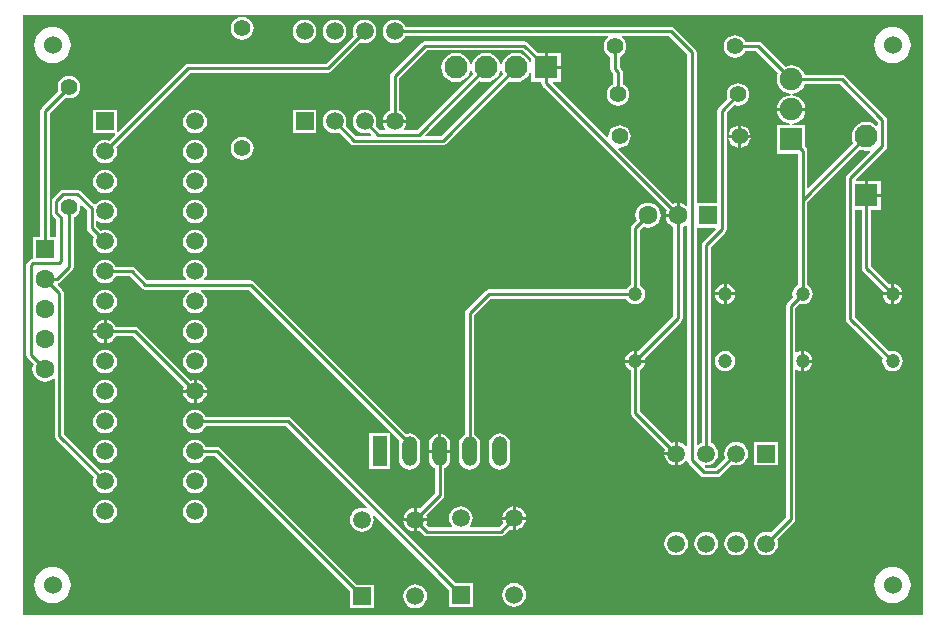
<source format=gtl>
G04*
G04 #@! TF.GenerationSoftware,Altium Limited,Altium Designer,22.1.2 (22)*
G04*
G04 Layer_Physical_Order=1*
G04 Layer_Color=255*
%FSLAX25Y25*%
%MOIN*%
G70*
G04*
G04 #@! TF.SameCoordinates,1BA5BB5C-5110-4B30-B957-24BA070B8C90*
G04*
G04*
G04 #@! TF.FilePolarity,Positive*
G04*
G01*
G75*
%ADD13C,0.01000*%
%ADD25C,0.07480*%
%ADD26R,0.07480X0.07480*%
%ADD32O,0.05000X0.10000*%
%ADD33R,0.05000X0.10000*%
%ADD34C,0.05512*%
%ADD35C,0.06000*%
%ADD36C,0.04724*%
%ADD37C,0.05906*%
%ADD38R,0.05906X0.05906*%
%ADD39R,0.05906X0.05906*%
%ADD40C,0.06299*%
%ADD41R,0.06299X0.06299*%
%ADD42C,0.07677*%
%ADD43R,0.07677X0.07677*%
%ADD44R,0.06299X0.06299*%
%ADD45C,0.06299*%
%ADD46R,0.07677X0.07677*%
G36*
X300000Y0D02*
X0D01*
Y200000D01*
X300000D01*
Y0D01*
D02*
G37*
%LPC*%
G36*
X73209Y199325D02*
X72229Y199196D01*
X71315Y198818D01*
X70531Y198216D01*
X69929Y197431D01*
X69550Y196518D01*
X69421Y195537D01*
X69550Y194556D01*
X69929Y193643D01*
X70531Y192858D01*
X71315Y192256D01*
X72229Y191878D01*
X73209Y191749D01*
X74190Y191878D01*
X75104Y192256D01*
X75888Y192858D01*
X76490Y193643D01*
X76869Y194556D01*
X76998Y195537D01*
X76869Y196518D01*
X76490Y197431D01*
X75888Y198216D01*
X75104Y198818D01*
X74190Y199196D01*
X73209Y199325D01*
D02*
G37*
G36*
X114000Y198487D02*
X112968Y198351D01*
X112007Y197953D01*
X111181Y197319D01*
X110547Y196493D01*
X110149Y195532D01*
X110013Y194500D01*
X110149Y193468D01*
X110341Y193004D01*
X101166Y183829D01*
X55300D01*
X54715Y183713D01*
X54219Y183381D01*
X31915Y161078D01*
X31453Y161269D01*
Y168453D01*
X23547D01*
Y160547D01*
X30731D01*
X30922Y160085D01*
X28996Y158159D01*
X28532Y158351D01*
X27500Y158487D01*
X26468Y158351D01*
X25507Y157953D01*
X24681Y157319D01*
X24047Y156493D01*
X23649Y155532D01*
X23513Y154500D01*
X23649Y153468D01*
X24047Y152507D01*
X24681Y151681D01*
X25507Y151047D01*
X26468Y150649D01*
X27500Y150513D01*
X28532Y150649D01*
X29493Y151047D01*
X30319Y151681D01*
X30953Y152507D01*
X31351Y153468D01*
X31487Y154500D01*
X31351Y155532D01*
X31159Y155996D01*
X55933Y180771D01*
X101800D01*
X102385Y180887D01*
X102881Y181219D01*
X112504Y190841D01*
X112968Y190649D01*
X114000Y190513D01*
X115032Y190649D01*
X115993Y191047D01*
X116819Y191681D01*
X117453Y192507D01*
X117851Y193468D01*
X117987Y194500D01*
X117851Y195532D01*
X117453Y196493D01*
X116819Y197319D01*
X115993Y197953D01*
X115032Y198351D01*
X114000Y198487D01*
D02*
G37*
G36*
X104000D02*
X102968Y198351D01*
X102007Y197953D01*
X101181Y197319D01*
X100547Y196493D01*
X100149Y195532D01*
X100013Y194500D01*
X100149Y193468D01*
X100547Y192507D01*
X101181Y191681D01*
X102007Y191047D01*
X102968Y190649D01*
X104000Y190513D01*
X105032Y190649D01*
X105993Y191047D01*
X106819Y191681D01*
X107453Y192507D01*
X107851Y193468D01*
X107987Y194500D01*
X107851Y195532D01*
X107453Y196493D01*
X106819Y197319D01*
X105993Y197953D01*
X105032Y198351D01*
X104000Y198487D01*
D02*
G37*
G36*
X94000D02*
X92968Y198351D01*
X92007Y197953D01*
X91181Y197319D01*
X90547Y196493D01*
X90149Y195532D01*
X90013Y194500D01*
X90149Y193468D01*
X90547Y192507D01*
X91181Y191681D01*
X92007Y191047D01*
X92968Y190649D01*
X94000Y190513D01*
X95032Y190649D01*
X95993Y191047D01*
X96819Y191681D01*
X97453Y192507D01*
X97851Y193468D01*
X97987Y194500D01*
X97851Y195532D01*
X97453Y196493D01*
X96819Y197319D01*
X95993Y197953D01*
X95032Y198351D01*
X94000Y198487D01*
D02*
G37*
G36*
X290000Y196029D02*
X288824Y195913D01*
X287693Y195570D01*
X286650Y195013D01*
X285737Y194263D01*
X284987Y193350D01*
X284430Y192307D01*
X284087Y191176D01*
X283971Y190000D01*
X284087Y188824D01*
X284430Y187693D01*
X284987Y186651D01*
X285737Y185737D01*
X286650Y184987D01*
X287693Y184430D01*
X288824Y184087D01*
X290000Y183971D01*
X291176Y184087D01*
X292307Y184430D01*
X293350Y184987D01*
X294263Y185737D01*
X295013Y186651D01*
X295570Y187693D01*
X295913Y188824D01*
X296029Y190000D01*
X295913Y191176D01*
X295570Y192307D01*
X295013Y193350D01*
X294263Y194263D01*
X293350Y195013D01*
X292307Y195570D01*
X291176Y195913D01*
X290000Y196029D01*
D02*
G37*
G36*
X10000D02*
X8824Y195913D01*
X7693Y195570D01*
X6650Y195013D01*
X5737Y194263D01*
X4987Y193350D01*
X4430Y192307D01*
X4087Y191176D01*
X3971Y190000D01*
X4087Y188824D01*
X4430Y187693D01*
X4987Y186651D01*
X5737Y185737D01*
X6650Y184987D01*
X7693Y184430D01*
X8824Y184087D01*
X10000Y183971D01*
X11176Y184087D01*
X12307Y184430D01*
X13350Y184987D01*
X14263Y185737D01*
X15013Y186651D01*
X15570Y187693D01*
X15913Y188824D01*
X16029Y190000D01*
X15913Y191176D01*
X15570Y192307D01*
X15013Y193350D01*
X14263Y194263D01*
X13350Y195013D01*
X12307Y195570D01*
X11176Y195913D01*
X10000Y196029D01*
D02*
G37*
G36*
X167300Y191229D02*
X134200D01*
X133615Y191113D01*
X133119Y190781D01*
X122919Y180581D01*
X122587Y180085D01*
X122471Y179500D01*
Y168145D01*
X122007Y167953D01*
X121181Y167319D01*
X120547Y166493D01*
X120149Y165532D01*
X120079Y165000D01*
X124000D01*
X127921D01*
X127851Y165532D01*
X127453Y166493D01*
X126819Y167319D01*
X125993Y167953D01*
X125529Y168145D01*
Y178867D01*
X134834Y188171D01*
X166666D01*
X169661Y185176D01*
Y183990D01*
X169161Y183890D01*
X168727Y184940D01*
X167951Y185951D01*
X166940Y186726D01*
X165763Y187214D01*
X164500Y187380D01*
X163237Y187214D01*
X162060Y186726D01*
X161049Y185951D01*
X160274Y184940D01*
X159786Y183763D01*
X159752Y183506D01*
X159248D01*
X159214Y183763D01*
X158727Y184940D01*
X157951Y185951D01*
X156940Y186726D01*
X155763Y187214D01*
X154500Y187380D01*
X153237Y187214D01*
X152060Y186726D01*
X151049Y185951D01*
X150274Y184940D01*
X149786Y183763D01*
X149752Y183506D01*
X149248D01*
X149214Y183763D01*
X148726Y184940D01*
X147951Y185951D01*
X146940Y186726D01*
X145763Y187214D01*
X144500Y187380D01*
X143237Y187214D01*
X142060Y186726D01*
X141049Y185951D01*
X140273Y184940D01*
X139786Y183763D01*
X139620Y182500D01*
X139786Y181237D01*
X140273Y180060D01*
X141049Y179049D01*
X142060Y178273D01*
X143237Y177786D01*
X144500Y177620D01*
X145763Y177786D01*
X146940Y178273D01*
X147951Y179049D01*
X148726Y180060D01*
X149214Y181237D01*
X149248Y181494D01*
X149752D01*
X149786Y181237D01*
X150163Y180326D01*
X131414Y161577D01*
X127369D01*
X127123Y162077D01*
X127453Y162507D01*
X127851Y163468D01*
X127921Y164000D01*
X124000D01*
X120079D01*
X120149Y163468D01*
X120547Y162507D01*
X120877Y162077D01*
X120631Y161577D01*
X119086D01*
X117659Y163004D01*
X117851Y163468D01*
X117987Y164500D01*
X117851Y165532D01*
X117453Y166493D01*
X116819Y167319D01*
X115993Y167953D01*
X115032Y168351D01*
X114000Y168487D01*
X112968Y168351D01*
X112007Y167953D01*
X111181Y167319D01*
X110547Y166493D01*
X110149Y165532D01*
X110013Y164500D01*
X110149Y163468D01*
X110547Y162507D01*
X111181Y161681D01*
X112007Y161047D01*
X112968Y160649D01*
X114000Y160513D01*
X115032Y160649D01*
X115496Y160841D01*
X116299Y160038D01*
X116107Y159577D01*
X111086D01*
X107659Y163004D01*
X107851Y163468D01*
X107987Y164500D01*
X107851Y165532D01*
X107453Y166493D01*
X106819Y167319D01*
X105993Y167953D01*
X105032Y168351D01*
X104000Y168487D01*
X102968Y168351D01*
X102007Y167953D01*
X101181Y167319D01*
X100547Y166493D01*
X100149Y165532D01*
X100013Y164500D01*
X100149Y163468D01*
X100547Y162507D01*
X101181Y161681D01*
X102007Y161047D01*
X102968Y160649D01*
X104000Y160513D01*
X105032Y160649D01*
X105496Y160841D01*
X109371Y156966D01*
X109868Y156634D01*
X110453Y156518D01*
X140047D01*
X140632Y156634D01*
X141129Y156966D01*
X162326Y178163D01*
X163237Y177786D01*
X164500Y177620D01*
X165763Y177786D01*
X166940Y178273D01*
X167951Y179049D01*
X168727Y180060D01*
X169161Y181110D01*
X169661Y181010D01*
Y177661D01*
X172971D01*
Y177227D01*
X173087Y176641D01*
X173419Y176145D01*
X214690Y134873D01*
X214457Y134310D01*
X214380Y133727D01*
X218000D01*
Y137346D01*
X217417Y137270D01*
X216853Y137036D01*
X198603Y155286D01*
X198825Y155735D01*
X199000Y155712D01*
X199980Y155841D01*
X200894Y156219D01*
X201679Y156821D01*
X202281Y157606D01*
X202659Y158519D01*
X202788Y159500D01*
X202659Y160480D01*
X202281Y161394D01*
X201679Y162179D01*
X200894Y162781D01*
X199980Y163159D01*
X199000Y163288D01*
X198020Y163159D01*
X197106Y162781D01*
X196321Y162179D01*
X195719Y161394D01*
X195341Y160480D01*
X195212Y159500D01*
X195235Y159325D01*
X194786Y159103D01*
X176690Y177199D01*
X176882Y177661D01*
X179339D01*
Y182000D01*
X174500D01*
Y182500D01*
X174000D01*
Y187339D01*
X171824D01*
X168381Y190781D01*
X167885Y191113D01*
X167300Y191229D01*
D02*
G37*
G36*
X179339Y187339D02*
X175000D01*
Y183000D01*
X179339D01*
Y187339D01*
D02*
G37*
G36*
X15500Y179788D02*
X14520Y179659D01*
X13606Y179281D01*
X12821Y178679D01*
X12219Y177894D01*
X11841Y176980D01*
X11712Y176000D01*
X11841Y175020D01*
X11992Y174655D01*
X6419Y169081D01*
X6087Y168585D01*
X5971Y168000D01*
Y126150D01*
X3350D01*
Y118800D01*
X2915Y118713D01*
X2419Y118381D01*
X1719Y117681D01*
X1387Y117185D01*
X1271Y116600D01*
Y86700D01*
X1387Y86115D01*
X1719Y85619D01*
X3691Y83647D01*
X3457Y83083D01*
X3315Y82000D01*
X3457Y80917D01*
X3875Y79907D01*
X4541Y79040D01*
X5407Y78375D01*
X6417Y77957D01*
X7500Y77815D01*
X8583Y77957D01*
X9593Y78375D01*
X10171Y78819D01*
X10671Y78572D01*
Y59800D01*
X10787Y59215D01*
X11119Y58719D01*
X23841Y45996D01*
X23649Y45532D01*
X23513Y44500D01*
X23649Y43468D01*
X24047Y42507D01*
X24681Y41681D01*
X25507Y41047D01*
X26468Y40649D01*
X27500Y40513D01*
X28532Y40649D01*
X29493Y41047D01*
X30319Y41681D01*
X30953Y42507D01*
X31351Y43468D01*
X31487Y44500D01*
X31351Y45532D01*
X30953Y46493D01*
X30319Y47319D01*
X29493Y47953D01*
X28532Y48351D01*
X27500Y48487D01*
X26468Y48351D01*
X26004Y48159D01*
X13729Y60434D01*
Y107300D01*
X13613Y107885D01*
X13281Y108381D01*
X11669Y109994D01*
X11833Y110537D01*
X12085Y110587D01*
X12581Y110919D01*
X16581Y114919D01*
X16913Y115415D01*
X17029Y116000D01*
Y132568D01*
X17394Y132719D01*
X18179Y133321D01*
X18781Y134106D01*
X19159Y135020D01*
X19288Y136000D01*
X19237Y136393D01*
X19710Y136627D01*
X21471Y134866D01*
Y129000D01*
X21587Y128415D01*
X21919Y127919D01*
X23841Y125996D01*
X23649Y125532D01*
X23513Y124500D01*
X23649Y123468D01*
X24047Y122507D01*
X24681Y121681D01*
X25507Y121047D01*
X26468Y120649D01*
X27500Y120513D01*
X28532Y120649D01*
X29493Y121047D01*
X30319Y121681D01*
X30953Y122507D01*
X31351Y123468D01*
X31487Y124500D01*
X31351Y125532D01*
X30953Y126493D01*
X30319Y127319D01*
X29493Y127953D01*
X28532Y128351D01*
X27500Y128487D01*
X26468Y128351D01*
X26004Y128159D01*
X24529Y129633D01*
Y131167D01*
X25029Y131413D01*
X25507Y131047D01*
X26468Y130649D01*
X27500Y130513D01*
X28532Y130649D01*
X29493Y131047D01*
X30319Y131681D01*
X30953Y132507D01*
X31351Y133468D01*
X31487Y134500D01*
X31351Y135532D01*
X30953Y136493D01*
X30319Y137319D01*
X29493Y137953D01*
X28532Y138351D01*
X27500Y138487D01*
X26468Y138351D01*
X25507Y137953D01*
X24681Y137319D01*
X24407Y136963D01*
X23744Y136919D01*
X19281Y141381D01*
X18785Y141713D01*
X18200Y141829D01*
X13500D01*
X12915Y141713D01*
X12419Y141381D01*
X10163Y139125D01*
X9831Y138629D01*
X9715Y138044D01*
Y134156D01*
X9831Y133571D01*
X10163Y133075D01*
X11271Y131966D01*
Y126150D01*
X9029D01*
Y167367D01*
X14155Y172492D01*
X14520Y172341D01*
X15500Y172212D01*
X16480Y172341D01*
X17394Y172719D01*
X18179Y173321D01*
X18781Y174106D01*
X19159Y175020D01*
X19288Y176000D01*
X19159Y176980D01*
X18781Y177894D01*
X18179Y178679D01*
X17394Y179281D01*
X16480Y179659D01*
X15500Y179788D01*
D02*
G37*
G36*
X124000Y198487D02*
X122968Y198351D01*
X122007Y197953D01*
X121181Y197319D01*
X120547Y196493D01*
X120149Y195532D01*
X120013Y194500D01*
X120149Y193468D01*
X120547Y192507D01*
X121181Y191681D01*
X122007Y191047D01*
X122968Y190649D01*
X124000Y190513D01*
X125032Y190649D01*
X125993Y191047D01*
X126819Y191681D01*
X127453Y192507D01*
X127645Y192971D01*
X195032D01*
X195202Y192471D01*
X194821Y192179D01*
X194219Y191394D01*
X193841Y190480D01*
X193712Y189500D01*
X193841Y188520D01*
X194219Y187606D01*
X194821Y186821D01*
X195606Y186219D01*
X195971Y186068D01*
Y182000D01*
X196087Y181415D01*
X196419Y180919D01*
X196971Y180367D01*
Y176932D01*
X196606Y176781D01*
X195821Y176179D01*
X195219Y175394D01*
X194841Y174480D01*
X194712Y173500D01*
X194841Y172520D01*
X195219Y171606D01*
X195821Y170821D01*
X196606Y170219D01*
X197520Y169841D01*
X198500Y169712D01*
X199480Y169841D01*
X200394Y170219D01*
X201179Y170821D01*
X201781Y171606D01*
X202159Y172520D01*
X202288Y173500D01*
X202159Y174480D01*
X201781Y175394D01*
X201179Y176179D01*
X200394Y176781D01*
X200029Y176932D01*
Y181000D01*
X199913Y181585D01*
X199581Y182081D01*
X199029Y182633D01*
Y186068D01*
X199394Y186219D01*
X200179Y186821D01*
X200781Y187606D01*
X201159Y188520D01*
X201288Y189500D01*
X201159Y190480D01*
X200781Y191394D01*
X200179Y192179D01*
X199798Y192471D01*
X199968Y192971D01*
X215516D01*
X221620Y186866D01*
Y136693D01*
X221120Y136447D01*
X220593Y136852D01*
X219583Y137270D01*
X219000Y137346D01*
Y133227D01*
X218500D01*
Y132727D01*
X214380D01*
X214457Y132143D01*
X214875Y131134D01*
X215541Y130267D01*
X216407Y129602D01*
X216971Y129369D01*
Y99511D01*
X205306Y87847D01*
X205140Y87915D01*
X204762Y87965D01*
Y85140D01*
X207588D01*
X207538Y85518D01*
X207469Y85684D01*
X219581Y97796D01*
X219913Y98292D01*
X220029Y98878D01*
Y129369D01*
X220593Y129602D01*
X221120Y130007D01*
X221620Y129760D01*
Y56256D01*
X221120Y56087D01*
X220692Y56644D01*
X219867Y57278D01*
X218905Y57676D01*
X218373Y57746D01*
Y53825D01*
Y49904D01*
X218905Y49974D01*
X219867Y50372D01*
X220692Y51006D01*
X221120Y51563D01*
X221403Y51527D01*
X221637Y51415D01*
X221737Y50915D01*
X222068Y50419D01*
X226068Y46419D01*
X226564Y46087D01*
X227150Y45971D01*
X231549D01*
X232134Y46087D01*
X232630Y46419D01*
X236378Y50166D01*
X236842Y49974D01*
X237873Y49838D01*
X238905Y49974D01*
X239867Y50372D01*
X240692Y51006D01*
X241326Y51831D01*
X241724Y52793D01*
X241860Y53825D01*
X241724Y54857D01*
X241326Y55818D01*
X240692Y56644D01*
X239867Y57278D01*
X238905Y57676D01*
X237873Y57812D01*
X236842Y57676D01*
X235880Y57278D01*
X235054Y56644D01*
X234421Y55818D01*
X234022Y54857D01*
X233887Y53825D01*
X234022Y52793D01*
X234215Y52329D01*
X230915Y49029D01*
X227783D01*
X227419Y49393D01*
X227653Y49867D01*
X227873Y49838D01*
X228905Y49974D01*
X229867Y50372D01*
X230693Y51006D01*
X231326Y51831D01*
X231724Y52793D01*
X231860Y53825D01*
X231724Y54857D01*
X231326Y55818D01*
X230693Y56644D01*
X229867Y57278D01*
X229403Y57470D01*
Y122668D01*
X234231Y127496D01*
X234563Y127992D01*
X234679Y128577D01*
Y167516D01*
X237155Y169992D01*
X237520Y169841D01*
X238500Y169712D01*
X239480Y169841D01*
X240394Y170219D01*
X241179Y170821D01*
X241781Y171606D01*
X242159Y172520D01*
X242288Y173500D01*
X242159Y174480D01*
X241781Y175394D01*
X241179Y176179D01*
X240394Y176781D01*
X239480Y177159D01*
X238500Y177288D01*
X237520Y177159D01*
X236606Y176781D01*
X235821Y176179D01*
X235219Y175394D01*
X234841Y174480D01*
X234712Y173500D01*
X234841Y172520D01*
X234992Y172155D01*
X232068Y169231D01*
X231737Y168735D01*
X231620Y168150D01*
Y137376D01*
X224679D01*
Y187500D01*
X224563Y188085D01*
X224231Y188581D01*
X217231Y195581D01*
X216735Y195913D01*
X216150Y196029D01*
X127645D01*
X127453Y196493D01*
X126819Y197319D01*
X125993Y197953D01*
X125032Y198351D01*
X124000Y198487D01*
D02*
G37*
G36*
X237500Y193288D02*
X236520Y193159D01*
X235606Y192781D01*
X234821Y192179D01*
X234219Y191394D01*
X233841Y190480D01*
X233712Y189500D01*
X233841Y188520D01*
X234219Y187606D01*
X234821Y186821D01*
X235606Y186219D01*
X236520Y185841D01*
X237500Y185712D01*
X238480Y185841D01*
X239394Y186219D01*
X240179Y186821D01*
X240781Y187606D01*
X240932Y187971D01*
X244620D01*
X251993Y180599D01*
X251636Y179737D01*
X251473Y178500D01*
X251636Y177263D01*
X252114Y176110D01*
X252873Y175119D01*
X253864Y174360D01*
X255017Y173882D01*
X256002Y173752D01*
Y173248D01*
X255017Y173118D01*
X253864Y172641D01*
X252873Y171881D01*
X252114Y170890D01*
X251636Y169737D01*
X251539Y169000D01*
X256254D01*
X260969D01*
X260872Y169737D01*
X260395Y170890D01*
X259635Y171881D01*
X258645Y172641D01*
X257491Y173118D01*
X256506Y173248D01*
Y173752D01*
X257491Y173882D01*
X258645Y174360D01*
X259635Y175119D01*
X260395Y176110D01*
X260751Y176971D01*
X272466D01*
X285071Y164366D01*
Y163313D01*
X284571Y163120D01*
X283700Y163788D01*
X282523Y164276D01*
X281260Y164442D01*
X279997Y164276D01*
X278820Y163788D01*
X277809Y163013D01*
X277033Y162002D01*
X276546Y160825D01*
X276379Y159562D01*
X276546Y158299D01*
X276923Y157388D01*
X261991Y142456D01*
X261529Y142648D01*
Y154754D01*
X261413Y155339D01*
X261081Y155835D01*
X260994Y155923D01*
Y163240D01*
X256561D01*
X256543Y163253D01*
X256571Y163719D01*
X256585Y163762D01*
X257491Y163882D01*
X258645Y164359D01*
X259635Y165119D01*
X260395Y166110D01*
X260872Y167263D01*
X260969Y168000D01*
X256254D01*
X251539D01*
X251636Y167263D01*
X252114Y166110D01*
X252873Y165119D01*
X253864Y164359D01*
X255017Y163882D01*
X255923Y163762D01*
X255937Y163719D01*
X255965Y163253D01*
X255947Y163240D01*
X251514D01*
Y153760D01*
X258471D01*
Y138302D01*
Y110006D01*
X258304Y109937D01*
X257602Y109398D01*
X257063Y108696D01*
X256724Y107878D01*
X256609Y107000D01*
X256724Y106122D01*
X256793Y105956D01*
X255019Y104181D01*
X254687Y103685D01*
X254571Y103100D01*
Y32685D01*
X249369Y27484D01*
X248905Y27676D01*
X247873Y27812D01*
X246842Y27676D01*
X245880Y27277D01*
X245054Y26644D01*
X244421Y25818D01*
X244022Y24857D01*
X243886Y23825D01*
X244022Y22793D01*
X244421Y21831D01*
X245054Y21006D01*
X245880Y20372D01*
X246842Y19974D01*
X247873Y19838D01*
X248905Y19974D01*
X249867Y20372D01*
X250693Y21006D01*
X251326Y21831D01*
X251724Y22793D01*
X251860Y23825D01*
X251724Y24857D01*
X251532Y25321D01*
X257181Y30970D01*
X257513Y31466D01*
X257629Y32051D01*
Y81656D01*
X258078Y81877D01*
X258304Y81703D01*
X259122Y81364D01*
X259500Y81314D01*
Y84640D01*
Y87965D01*
X259122Y87915D01*
X258304Y87577D01*
X258078Y87403D01*
X257629Y87624D01*
Y102466D01*
X258956Y103793D01*
X259122Y103724D01*
X260000Y103609D01*
X260878Y103724D01*
X261696Y104063D01*
X262398Y104602D01*
X262937Y105304D01*
X263276Y106122D01*
X263391Y107000D01*
X263276Y107878D01*
X262937Y108696D01*
X262398Y109398D01*
X261696Y109937D01*
X261529Y110006D01*
Y137669D01*
X279086Y155225D01*
X279997Y154848D01*
X281260Y154682D01*
X282356Y154826D01*
X282591Y154354D01*
X274819Y146581D01*
X274487Y146085D01*
X274371Y145500D01*
Y98740D01*
X274487Y98154D01*
X274819Y97658D01*
X286793Y85684D01*
X286724Y85518D01*
X286609Y84640D01*
X286724Y83762D01*
X287063Y82944D01*
X287602Y82242D01*
X288304Y81703D01*
X289122Y81364D01*
X290000Y81249D01*
X290878Y81364D01*
X291696Y81703D01*
X292398Y82242D01*
X292937Y82944D01*
X293276Y83762D01*
X293391Y84640D01*
X293276Y85518D01*
X292937Y86335D01*
X292398Y87038D01*
X291696Y87577D01*
X290878Y87915D01*
X290000Y88031D01*
X289122Y87915D01*
X288956Y87847D01*
X277429Y99373D01*
Y135038D01*
X279730D01*
Y115740D01*
X279847Y115155D01*
X280178Y114659D01*
X286793Y108044D01*
X286724Y107878D01*
X286675Y107500D01*
X289500D01*
Y110325D01*
X289122Y110276D01*
X288956Y110207D01*
X282789Y116374D01*
Y135038D01*
X286098D01*
Y139377D01*
X281260D01*
Y139877D01*
X280760D01*
Y144716D01*
X277986D01*
X277779Y145216D01*
X287681Y155119D01*
X288013Y155615D01*
X288129Y156200D01*
Y165000D01*
X288013Y165585D01*
X287681Y166081D01*
X274181Y179581D01*
X273685Y179913D01*
X273100Y180029D01*
X260751D01*
X260395Y180891D01*
X259635Y181881D01*
X258645Y182641D01*
X257491Y183118D01*
X256254Y183281D01*
X255017Y183118D01*
X254155Y182761D01*
X246335Y190581D01*
X245839Y190913D01*
X245254Y191029D01*
X240932D01*
X240781Y191394D01*
X240179Y192179D01*
X239394Y192781D01*
X238480Y193159D01*
X237500Y193288D01*
D02*
G37*
G36*
X97953Y168453D02*
X90047D01*
Y160547D01*
X97953D01*
Y168453D01*
D02*
G37*
G36*
X57500Y168487D02*
X56468Y168351D01*
X55507Y167953D01*
X54681Y167319D01*
X54047Y166493D01*
X53649Y165532D01*
X53513Y164500D01*
X53649Y163468D01*
X54047Y162507D01*
X54681Y161681D01*
X55507Y161047D01*
X56468Y160649D01*
X57500Y160513D01*
X58532Y160649D01*
X59493Y161047D01*
X60319Y161681D01*
X60953Y162507D01*
X61351Y163468D01*
X61487Y164500D01*
X61351Y165532D01*
X60953Y166493D01*
X60319Y167319D01*
X59493Y167953D01*
X58532Y168351D01*
X57500Y168487D01*
D02*
G37*
G36*
X239500Y163223D02*
Y160000D01*
X242723D01*
X242659Y160480D01*
X242281Y161394D01*
X241679Y162179D01*
X240894Y162781D01*
X239981Y163159D01*
X239500Y163223D01*
D02*
G37*
G36*
X238500D02*
X238019Y163159D01*
X237106Y162781D01*
X236321Y162179D01*
X235719Y161394D01*
X235341Y160480D01*
X235278Y160000D01*
X238500D01*
Y163223D01*
D02*
G37*
G36*
X242723Y159000D02*
X239500D01*
Y155778D01*
X239981Y155841D01*
X240894Y156219D01*
X241679Y156821D01*
X242281Y157606D01*
X242659Y158519D01*
X242723Y159000D01*
D02*
G37*
G36*
X238500D02*
X235278D01*
X235341Y158519D01*
X235719Y157606D01*
X236321Y156821D01*
X237106Y156219D01*
X238019Y155841D01*
X238500Y155778D01*
Y159000D01*
D02*
G37*
G36*
X73209Y159325D02*
X72229Y159196D01*
X71315Y158818D01*
X70531Y158216D01*
X69929Y157431D01*
X69550Y156518D01*
X69421Y155537D01*
X69550Y154557D01*
X69929Y153643D01*
X70531Y152858D01*
X71315Y152256D01*
X72229Y151878D01*
X73209Y151749D01*
X74190Y151878D01*
X75104Y152256D01*
X75888Y152858D01*
X76490Y153643D01*
X76869Y154557D01*
X76998Y155537D01*
X76869Y156518D01*
X76490Y157431D01*
X75888Y158216D01*
X75104Y158818D01*
X74190Y159196D01*
X73209Y159325D01*
D02*
G37*
G36*
X57500Y158487D02*
X56468Y158351D01*
X55507Y157953D01*
X54681Y157319D01*
X54047Y156493D01*
X53649Y155532D01*
X53513Y154500D01*
X53649Y153468D01*
X54047Y152507D01*
X54681Y151681D01*
X55507Y151047D01*
X56468Y150649D01*
X57500Y150513D01*
X58532Y150649D01*
X59493Y151047D01*
X60319Y151681D01*
X60953Y152507D01*
X61351Y153468D01*
X61487Y154500D01*
X61351Y155532D01*
X60953Y156493D01*
X60319Y157319D01*
X59493Y157953D01*
X58532Y158351D01*
X57500Y158487D01*
D02*
G37*
G36*
Y148487D02*
X56468Y148351D01*
X55507Y147953D01*
X54681Y147319D01*
X54047Y146493D01*
X53649Y145532D01*
X53513Y144500D01*
X53649Y143468D01*
X54047Y142507D01*
X54681Y141681D01*
X55507Y141047D01*
X56468Y140649D01*
X57500Y140513D01*
X58532Y140649D01*
X59493Y141047D01*
X60319Y141681D01*
X60953Y142507D01*
X61351Y143468D01*
X61487Y144500D01*
X61351Y145532D01*
X60953Y146493D01*
X60319Y147319D01*
X59493Y147953D01*
X58532Y148351D01*
X57500Y148487D01*
D02*
G37*
G36*
X27500D02*
X26468Y148351D01*
X25507Y147953D01*
X24681Y147319D01*
X24047Y146493D01*
X23649Y145532D01*
X23513Y144500D01*
X23649Y143468D01*
X24047Y142507D01*
X24681Y141681D01*
X25507Y141047D01*
X26468Y140649D01*
X27500Y140513D01*
X28532Y140649D01*
X29493Y141047D01*
X30319Y141681D01*
X30953Y142507D01*
X31351Y143468D01*
X31487Y144500D01*
X31351Y145532D01*
X30953Y146493D01*
X30319Y147319D01*
X29493Y147953D01*
X28532Y148351D01*
X27500Y148487D01*
D02*
G37*
G36*
X286098Y144716D02*
X281760D01*
Y140377D01*
X286098D01*
Y144716D01*
D02*
G37*
G36*
X57500Y138487D02*
X56468Y138351D01*
X55507Y137953D01*
X54681Y137319D01*
X54047Y136493D01*
X53649Y135532D01*
X53513Y134500D01*
X53649Y133468D01*
X54047Y132507D01*
X54681Y131681D01*
X55507Y131047D01*
X56468Y130649D01*
X57500Y130513D01*
X58532Y130649D01*
X59493Y131047D01*
X60319Y131681D01*
X60953Y132507D01*
X61351Y133468D01*
X61487Y134500D01*
X61351Y135532D01*
X60953Y136493D01*
X60319Y137319D01*
X59493Y137953D01*
X58532Y138351D01*
X57500Y138487D01*
D02*
G37*
G36*
X208500Y137412D02*
X207417Y137270D01*
X206407Y136852D01*
X205540Y136186D01*
X204875Y135319D01*
X204457Y134310D01*
X204315Y133227D01*
X204457Y132143D01*
X204691Y131580D01*
X203181Y130070D01*
X202849Y129574D01*
X202733Y128989D01*
Y110006D01*
X202567Y109937D01*
X201864Y109398D01*
X201325Y108696D01*
X201256Y108529D01*
X155500D01*
X154915Y108413D01*
X154419Y108081D01*
X147919Y101581D01*
X147587Y101085D01*
X147471Y100500D01*
Y60155D01*
X147235Y60057D01*
X146504Y59496D01*
X145943Y58765D01*
X145590Y57914D01*
X145470Y57000D01*
Y52000D01*
X145590Y51086D01*
X145943Y50235D01*
X146504Y49504D01*
X147235Y48943D01*
X148086Y48590D01*
X149000Y48470D01*
X149914Y48590D01*
X150765Y48943D01*
X151496Y49504D01*
X152057Y50235D01*
X152410Y51086D01*
X152530Y52000D01*
Y57000D01*
X152410Y57914D01*
X152057Y58765D01*
X151496Y59496D01*
X150765Y60057D01*
X150529Y60155D01*
Y99866D01*
X156133Y105471D01*
X201256D01*
X201325Y105304D01*
X201864Y104602D01*
X202567Y104063D01*
X203384Y103724D01*
X204262Y103609D01*
X205140Y103724D01*
X205958Y104063D01*
X206660Y104602D01*
X207199Y105304D01*
X207538Y106122D01*
X207653Y107000D01*
X207538Y107878D01*
X207199Y108696D01*
X206660Y109398D01*
X205958Y109937D01*
X205792Y110006D01*
Y128356D01*
X206853Y129417D01*
X207417Y129184D01*
X208500Y129041D01*
X209583Y129184D01*
X210593Y129602D01*
X211459Y130267D01*
X212125Y131134D01*
X212543Y132143D01*
X212685Y133227D01*
X212543Y134310D01*
X212125Y135319D01*
X211459Y136186D01*
X210593Y136852D01*
X209583Y137270D01*
X208500Y137412D01*
D02*
G37*
G36*
X57500Y128487D02*
X56468Y128351D01*
X55507Y127953D01*
X54681Y127319D01*
X54047Y126493D01*
X53649Y125532D01*
X53513Y124500D01*
X53649Y123468D01*
X54047Y122507D01*
X54681Y121681D01*
X55507Y121047D01*
X56468Y120649D01*
X57500Y120513D01*
X58532Y120649D01*
X59493Y121047D01*
X60319Y121681D01*
X60953Y122507D01*
X61351Y123468D01*
X61487Y124500D01*
X61351Y125532D01*
X60953Y126493D01*
X60319Y127319D01*
X59493Y127953D01*
X58532Y128351D01*
X57500Y128487D01*
D02*
G37*
G36*
Y118487D02*
X56468Y118351D01*
X55507Y117953D01*
X54681Y117319D01*
X54047Y116493D01*
X53649Y115532D01*
X53513Y114500D01*
X53649Y113468D01*
X54047Y112507D01*
X54413Y112029D01*
X54167Y111529D01*
X41533D01*
X37481Y115581D01*
X36985Y115913D01*
X36400Y116029D01*
X31145D01*
X30953Y116493D01*
X30319Y117319D01*
X29493Y117953D01*
X28532Y118351D01*
X27500Y118487D01*
X26468Y118351D01*
X25507Y117953D01*
X24681Y117319D01*
X24047Y116493D01*
X23649Y115532D01*
X23513Y114500D01*
X23649Y113468D01*
X24047Y112507D01*
X24681Y111681D01*
X25507Y111047D01*
X26468Y110649D01*
X27500Y110513D01*
X28532Y110649D01*
X29493Y111047D01*
X30319Y111681D01*
X30953Y112507D01*
X31145Y112971D01*
X35767D01*
X39819Y108919D01*
X40315Y108587D01*
X40900Y108471D01*
X55450D01*
X55550Y107971D01*
X55507Y107953D01*
X54681Y107319D01*
X54047Y106493D01*
X53649Y105532D01*
X53513Y104500D01*
X53649Y103468D01*
X54047Y102507D01*
X54681Y101681D01*
X55507Y101047D01*
X56468Y100649D01*
X57500Y100513D01*
X58532Y100649D01*
X59493Y101047D01*
X60319Y101681D01*
X60953Y102507D01*
X61351Y103468D01*
X61487Y104500D01*
X61351Y105532D01*
X60953Y106493D01*
X60319Y107319D01*
X59493Y107953D01*
X59450Y107971D01*
X59550Y108471D01*
X75366D01*
X125688Y58149D01*
X125590Y57914D01*
X125470Y57000D01*
Y52000D01*
X125590Y51086D01*
X125943Y50235D01*
X126504Y49504D01*
X127235Y48943D01*
X128086Y48590D01*
X129000Y48470D01*
X129914Y48590D01*
X130765Y48943D01*
X131496Y49504D01*
X132057Y50235D01*
X132410Y51086D01*
X132530Y52000D01*
Y57000D01*
X132410Y57914D01*
X132057Y58765D01*
X131496Y59496D01*
X130765Y60057D01*
X129914Y60410D01*
X129000Y60530D01*
X128086Y60410D01*
X127851Y60312D01*
X77081Y111081D01*
X76585Y111413D01*
X76000Y111529D01*
X60833D01*
X60587Y112029D01*
X60953Y112507D01*
X61351Y113468D01*
X61487Y114500D01*
X61351Y115532D01*
X60953Y116493D01*
X60319Y117319D01*
X59493Y117953D01*
X58532Y118351D01*
X57500Y118487D01*
D02*
G37*
G36*
X290500Y110325D02*
Y107500D01*
X293325D01*
X293276Y107878D01*
X292937Y108696D01*
X292398Y109398D01*
X291696Y109937D01*
X290878Y110276D01*
X290500Y110325D01*
D02*
G37*
G36*
X234762D02*
Y107500D01*
X237588D01*
X237538Y107878D01*
X237199Y108696D01*
X236660Y109398D01*
X235958Y109937D01*
X235140Y110276D01*
X234762Y110325D01*
D02*
G37*
G36*
X233762D02*
X233384Y110276D01*
X232567Y109937D01*
X231864Y109398D01*
X231325Y108696D01*
X230986Y107878D01*
X230937Y107500D01*
X233762D01*
Y110325D01*
D02*
G37*
G36*
X293325Y106500D02*
X290500D01*
Y103675D01*
X290878Y103724D01*
X291696Y104063D01*
X292398Y104602D01*
X292937Y105304D01*
X293276Y106122D01*
X293325Y106500D01*
D02*
G37*
G36*
X237588D02*
X234762D01*
Y103675D01*
X235140Y103724D01*
X235958Y104063D01*
X236660Y104602D01*
X237199Y105304D01*
X237538Y106122D01*
X237588Y106500D01*
D02*
G37*
G36*
X233762D02*
X230937D01*
X230986Y106122D01*
X231325Y105304D01*
X231864Y104602D01*
X232567Y104063D01*
X233384Y103724D01*
X233762Y103675D01*
Y106500D01*
D02*
G37*
G36*
X289500D02*
X286675D01*
X286724Y106122D01*
X287063Y105304D01*
X287602Y104602D01*
X288304Y104063D01*
X289122Y103724D01*
X289500Y103675D01*
Y106500D01*
D02*
G37*
G36*
X27500Y108487D02*
X26468Y108351D01*
X25507Y107953D01*
X24681Y107319D01*
X24047Y106493D01*
X23649Y105532D01*
X23513Y104500D01*
X23649Y103468D01*
X24047Y102507D01*
X24681Y101681D01*
X25507Y101047D01*
X26468Y100649D01*
X27500Y100513D01*
X28532Y100649D01*
X29493Y101047D01*
X30319Y101681D01*
X30953Y102507D01*
X31351Y103468D01*
X31487Y104500D01*
X31351Y105532D01*
X30953Y106493D01*
X30319Y107319D01*
X29493Y107953D01*
X28532Y108351D01*
X27500Y108487D01*
D02*
G37*
G36*
X27000Y98421D02*
X26468Y98351D01*
X25507Y97953D01*
X24681Y97319D01*
X24047Y96493D01*
X23649Y95532D01*
X23579Y95000D01*
X27000D01*
Y98421D01*
D02*
G37*
G36*
Y94000D02*
X23579D01*
X23649Y93468D01*
X24047Y92507D01*
X24681Y91681D01*
X25507Y91047D01*
X26468Y90649D01*
X27000Y90579D01*
Y94000D01*
D02*
G37*
G36*
X57500Y98487D02*
X56468Y98351D01*
X55507Y97953D01*
X54681Y97319D01*
X54047Y96493D01*
X53649Y95532D01*
X53513Y94500D01*
X53649Y93468D01*
X54047Y92507D01*
X54681Y91681D01*
X55507Y91047D01*
X56468Y90649D01*
X57500Y90513D01*
X58532Y90649D01*
X59493Y91047D01*
X60319Y91681D01*
X60953Y92507D01*
X61351Y93468D01*
X61487Y94500D01*
X61351Y95532D01*
X60953Y96493D01*
X60319Y97319D01*
X59493Y97953D01*
X58532Y98351D01*
X57500Y98487D01*
D02*
G37*
G36*
X260500Y87965D02*
Y85140D01*
X263325D01*
X263276Y85518D01*
X262937Y86335D01*
X262398Y87038D01*
X261696Y87577D01*
X260878Y87915D01*
X260500Y87965D01*
D02*
G37*
G36*
X203762D02*
X203384Y87915D01*
X202567Y87577D01*
X201864Y87038D01*
X201325Y86335D01*
X200987Y85518D01*
X200937Y85140D01*
X203762D01*
Y87965D01*
D02*
G37*
G36*
X263325Y84140D02*
X260500D01*
Y81314D01*
X260878Y81364D01*
X261696Y81703D01*
X262398Y82242D01*
X262937Y82944D01*
X263276Y83762D01*
X263325Y84140D01*
D02*
G37*
G36*
X234262Y88031D02*
X233384Y87915D01*
X232567Y87577D01*
X231864Y87038D01*
X231325Y86335D01*
X230986Y85518D01*
X230871Y84640D01*
X230986Y83762D01*
X231325Y82944D01*
X231864Y82242D01*
X232567Y81703D01*
X233384Y81364D01*
X234262Y81249D01*
X235140Y81364D01*
X235958Y81703D01*
X236660Y82242D01*
X237199Y82944D01*
X237538Y83762D01*
X237653Y84640D01*
X237538Y85518D01*
X237199Y86335D01*
X236660Y87038D01*
X235958Y87577D01*
X235140Y87915D01*
X234262Y88031D01*
D02*
G37*
G36*
X57500Y88487D02*
X56468Y88351D01*
X55507Y87953D01*
X54681Y87319D01*
X54047Y86493D01*
X53649Y85532D01*
X53513Y84500D01*
X53649Y83468D01*
X54047Y82507D01*
X54681Y81681D01*
X55507Y81047D01*
X56468Y80649D01*
X57500Y80513D01*
X58532Y80649D01*
X59493Y81047D01*
X60319Y81681D01*
X60953Y82507D01*
X61351Y83468D01*
X61487Y84500D01*
X61351Y85532D01*
X60953Y86493D01*
X60319Y87319D01*
X59493Y87953D01*
X58532Y88351D01*
X57500Y88487D01*
D02*
G37*
G36*
X27500D02*
X26468Y88351D01*
X25507Y87953D01*
X24681Y87319D01*
X24047Y86493D01*
X23649Y85532D01*
X23513Y84500D01*
X23649Y83468D01*
X24047Y82507D01*
X24681Y81681D01*
X25507Y81047D01*
X26468Y80649D01*
X27500Y80513D01*
X28532Y80649D01*
X29493Y81047D01*
X30319Y81681D01*
X30953Y82507D01*
X31351Y83468D01*
X31487Y84500D01*
X31351Y85532D01*
X30953Y86493D01*
X30319Y87319D01*
X29493Y87953D01*
X28532Y88351D01*
X27500Y88487D01*
D02*
G37*
G36*
X58000Y78421D02*
Y75000D01*
X61421D01*
X61351Y75532D01*
X60953Y76493D01*
X60319Y77319D01*
X59493Y77953D01*
X58532Y78351D01*
X58000Y78421D01*
D02*
G37*
G36*
X28000Y98421D02*
Y94500D01*
Y90579D01*
X28532Y90649D01*
X29493Y91047D01*
X30319Y91681D01*
X30953Y92507D01*
X31145Y92971D01*
X36867D01*
X53841Y75996D01*
X53649Y75532D01*
X53579Y75000D01*
X57000D01*
Y78421D01*
X56468Y78351D01*
X56004Y78159D01*
X38581Y95581D01*
X38085Y95913D01*
X37500Y96029D01*
X31145D01*
X30953Y96493D01*
X30319Y97319D01*
X29493Y97953D01*
X28532Y98351D01*
X28000Y98421D01*
D02*
G37*
G36*
X61421Y74000D02*
X58000D01*
Y70579D01*
X58532Y70649D01*
X59493Y71047D01*
X60319Y71681D01*
X60953Y72507D01*
X61351Y73468D01*
X61421Y74000D01*
D02*
G37*
G36*
X57000D02*
X53579D01*
X53649Y73468D01*
X54047Y72507D01*
X54681Y71681D01*
X55507Y71047D01*
X56468Y70649D01*
X57000Y70579D01*
Y74000D01*
D02*
G37*
G36*
X27500Y78487D02*
X26468Y78351D01*
X25507Y77953D01*
X24681Y77319D01*
X24047Y76493D01*
X23649Y75532D01*
X23513Y74500D01*
X23649Y73468D01*
X24047Y72507D01*
X24681Y71681D01*
X25507Y71047D01*
X26468Y70649D01*
X27500Y70513D01*
X28532Y70649D01*
X29493Y71047D01*
X30319Y71681D01*
X30953Y72507D01*
X31351Y73468D01*
X31487Y74500D01*
X31351Y75532D01*
X30953Y76493D01*
X30319Y77319D01*
X29493Y77953D01*
X28532Y78351D01*
X27500Y78487D01*
D02*
G37*
G36*
Y68487D02*
X26468Y68351D01*
X25507Y67953D01*
X24681Y67319D01*
X24047Y66493D01*
X23649Y65532D01*
X23513Y64500D01*
X23649Y63468D01*
X24047Y62507D01*
X24681Y61681D01*
X25507Y61047D01*
X26468Y60649D01*
X27500Y60513D01*
X28532Y60649D01*
X29493Y61047D01*
X30319Y61681D01*
X30953Y62507D01*
X31351Y63468D01*
X31487Y64500D01*
X31351Y65532D01*
X30953Y66493D01*
X30319Y67319D01*
X29493Y67953D01*
X28532Y68351D01*
X27500Y68487D01*
D02*
G37*
G36*
X139500Y60464D02*
Y55000D01*
X142530D01*
Y57000D01*
X142410Y57914D01*
X142057Y58765D01*
X141496Y59496D01*
X140765Y60057D01*
X139914Y60410D01*
X139500Y60464D01*
D02*
G37*
G36*
X138500D02*
X138086Y60410D01*
X137235Y60057D01*
X136504Y59496D01*
X135943Y58765D01*
X135590Y57914D01*
X135470Y57000D01*
Y55000D01*
X138500D01*
Y60464D01*
D02*
G37*
G36*
X207588Y84140D02*
X204262D01*
X200937D01*
X200987Y83762D01*
X201325Y82944D01*
X201864Y82242D01*
X202567Y81703D01*
X202733Y81634D01*
Y67436D01*
X202849Y66851D01*
X203181Y66355D01*
X214215Y55321D01*
X214022Y54857D01*
X213952Y54325D01*
X217373D01*
Y57746D01*
X216842Y57676D01*
X216377Y57484D01*
X205792Y68069D01*
Y81634D01*
X205958Y81703D01*
X206660Y82242D01*
X207199Y82944D01*
X207538Y83762D01*
X207588Y84140D01*
D02*
G37*
G36*
X27500Y58487D02*
X26468Y58351D01*
X25507Y57953D01*
X24681Y57319D01*
X24047Y56493D01*
X23649Y55532D01*
X23513Y54500D01*
X23649Y53468D01*
X24047Y52507D01*
X24681Y51681D01*
X25507Y51047D01*
X26468Y50649D01*
X27500Y50513D01*
X28532Y50649D01*
X29493Y51047D01*
X30319Y51681D01*
X30953Y52507D01*
X31351Y53468D01*
X31487Y54500D01*
X31351Y55532D01*
X30953Y56493D01*
X30319Y57319D01*
X29493Y57953D01*
X28532Y58351D01*
X27500Y58487D01*
D02*
G37*
G36*
X217373Y53325D02*
X213952D01*
X214022Y52793D01*
X214421Y51831D01*
X215054Y51006D01*
X215880Y50372D01*
X216842Y49974D01*
X217373Y49904D01*
Y53325D01*
D02*
G37*
G36*
X251826Y57778D02*
X243921D01*
Y49872D01*
X251826D01*
Y57778D01*
D02*
G37*
G36*
X122500Y60500D02*
X115500D01*
Y48500D01*
X122500D01*
Y60500D01*
D02*
G37*
G36*
X159000Y60530D02*
X158086Y60410D01*
X157235Y60057D01*
X156504Y59496D01*
X155943Y58765D01*
X155590Y57914D01*
X155470Y57000D01*
Y52000D01*
X155590Y51086D01*
X155943Y50235D01*
X156504Y49504D01*
X157235Y48943D01*
X158086Y48590D01*
X159000Y48470D01*
X159914Y48590D01*
X160765Y48943D01*
X161496Y49504D01*
X162057Y50235D01*
X162410Y51086D01*
X162530Y52000D01*
Y57000D01*
X162410Y57914D01*
X162057Y58765D01*
X161496Y59496D01*
X160765Y60057D01*
X159914Y60410D01*
X159000Y60530D01*
D02*
G37*
G36*
X57500Y48487D02*
X56468Y48351D01*
X55507Y47953D01*
X54681Y47319D01*
X54047Y46493D01*
X53649Y45532D01*
X53513Y44500D01*
X53649Y43468D01*
X54047Y42507D01*
X54681Y41681D01*
X55507Y41047D01*
X56468Y40649D01*
X57500Y40513D01*
X58532Y40649D01*
X59493Y41047D01*
X60319Y41681D01*
X60953Y42507D01*
X61351Y43468D01*
X61487Y44500D01*
X61351Y45532D01*
X60953Y46493D01*
X60319Y47319D01*
X59493Y47953D01*
X58532Y48351D01*
X57500Y48487D01*
D02*
G37*
G36*
Y68487D02*
X56468Y68351D01*
X55507Y67953D01*
X54681Y67319D01*
X54047Y66493D01*
X53649Y65532D01*
X53513Y64500D01*
X53649Y63468D01*
X54047Y62507D01*
X54681Y61681D01*
X55507Y61047D01*
X56468Y60649D01*
X57500Y60513D01*
X58532Y60649D01*
X59493Y61047D01*
X60319Y61681D01*
X60953Y62507D01*
X61145Y62971D01*
X87713D01*
X114724Y35959D01*
X114441Y35535D01*
X114174Y35646D01*
X113142Y35782D01*
X112110Y35646D01*
X111148Y35248D01*
X110323Y34614D01*
X109689Y33789D01*
X109291Y32827D01*
X109155Y31795D01*
X109291Y30763D01*
X109689Y29802D01*
X110323Y28976D01*
X111148Y28343D01*
X112110Y27944D01*
X113142Y27808D01*
X114174Y27944D01*
X115135Y28343D01*
X115961Y28976D01*
X116595Y29802D01*
X116993Y30763D01*
X117129Y31795D01*
X116993Y32827D01*
X116882Y33095D01*
X117306Y33378D01*
X142189Y8495D01*
Y2752D01*
X150095D01*
Y10658D01*
X144352D01*
X89428Y65581D01*
X88932Y65913D01*
X88347Y66029D01*
X61145D01*
X60953Y66493D01*
X60319Y67319D01*
X59493Y67953D01*
X58532Y68351D01*
X57500Y68487D01*
D02*
G37*
G36*
X142530Y54000D02*
X139000D01*
X135470D01*
Y52000D01*
X135590Y51086D01*
X135943Y50235D01*
X136504Y49504D01*
X137235Y48943D01*
X137471Y48845D01*
Y40571D01*
X132354Y35454D01*
X131890Y35646D01*
X131358Y35716D01*
Y32295D01*
X134779D01*
X134709Y32827D01*
X134517Y33291D01*
X140081Y38856D01*
X140413Y39352D01*
X140529Y39937D01*
Y48845D01*
X140765Y48943D01*
X141496Y49504D01*
X142057Y50235D01*
X142410Y51086D01*
X142530Y52000D01*
Y54000D01*
D02*
G37*
G36*
X164358Y36216D02*
Y32795D01*
X167779D01*
X167709Y33327D01*
X167311Y34289D01*
X166677Y35114D01*
X165852Y35748D01*
X164890Y36146D01*
X164358Y36216D01*
D02*
G37*
G36*
X163358D02*
X162826Y36146D01*
X161865Y35748D01*
X161039Y35114D01*
X160406Y34289D01*
X160007Y33327D01*
X159937Y32795D01*
X163358D01*
Y36216D01*
D02*
G37*
G36*
X130358Y35716D02*
X129826Y35646D01*
X128865Y35248D01*
X128039Y34614D01*
X127406Y33789D01*
X127007Y32827D01*
X126937Y32295D01*
X130358D01*
Y35716D01*
D02*
G37*
G36*
X57500Y38487D02*
X56468Y38351D01*
X55507Y37953D01*
X54681Y37319D01*
X54047Y36493D01*
X53649Y35532D01*
X53513Y34500D01*
X53649Y33468D01*
X54047Y32507D01*
X54681Y31681D01*
X55507Y31047D01*
X56468Y30649D01*
X57500Y30513D01*
X58532Y30649D01*
X59493Y31047D01*
X60319Y31681D01*
X60953Y32507D01*
X61351Y33468D01*
X61487Y34500D01*
X61351Y35532D01*
X60953Y36493D01*
X60319Y37319D01*
X59493Y37953D01*
X58532Y38351D01*
X57500Y38487D01*
D02*
G37*
G36*
X27500D02*
X26468Y38351D01*
X25507Y37953D01*
X24681Y37319D01*
X24047Y36493D01*
X23649Y35532D01*
X23513Y34500D01*
X23649Y33468D01*
X24047Y32507D01*
X24681Y31681D01*
X25507Y31047D01*
X26468Y30649D01*
X27500Y30513D01*
X28532Y30649D01*
X29493Y31047D01*
X30319Y31681D01*
X30953Y32507D01*
X31351Y33468D01*
X31487Y34500D01*
X31351Y35532D01*
X30953Y36493D01*
X30319Y37319D01*
X29493Y37953D01*
X28532Y38351D01*
X27500Y38487D01*
D02*
G37*
G36*
X146142Y36282D02*
X145110Y36146D01*
X144148Y35748D01*
X143323Y35114D01*
X142689Y34289D01*
X142291Y33327D01*
X142155Y32295D01*
X142291Y31263D01*
X142689Y30302D01*
X143052Y29829D01*
X142805Y29329D01*
X135487D01*
X134517Y30299D01*
X134709Y30763D01*
X134779Y31295D01*
X131358D01*
Y27874D01*
X131890Y27944D01*
X132354Y28136D01*
X133772Y26719D01*
X134268Y26387D01*
X134853Y26271D01*
X159363D01*
X159948Y26387D01*
X160444Y26719D01*
X162362Y28636D01*
X162826Y28444D01*
X163358Y28374D01*
Y31795D01*
X159937D01*
X160007Y31263D01*
X160199Y30799D01*
X158730Y29329D01*
X149479D01*
X149232Y29829D01*
X149594Y30302D01*
X149993Y31263D01*
X150129Y32295D01*
X149993Y33327D01*
X149594Y34289D01*
X148961Y35114D01*
X148135Y35748D01*
X147174Y36146D01*
X146142Y36282D01*
D02*
G37*
G36*
X167779Y31795D02*
X164358D01*
Y28374D01*
X164890Y28444D01*
X165852Y28842D01*
X166677Y29476D01*
X167311Y30302D01*
X167709Y31263D01*
X167779Y31795D01*
D02*
G37*
G36*
X130358Y31295D02*
X126937D01*
X127007Y30763D01*
X127406Y29802D01*
X128039Y28976D01*
X128865Y28343D01*
X129826Y27944D01*
X130358Y27874D01*
Y31295D01*
D02*
G37*
G36*
X237873Y27812D02*
X236842Y27676D01*
X235880Y27277D01*
X235054Y26644D01*
X234421Y25818D01*
X234022Y24857D01*
X233887Y23825D01*
X234022Y22793D01*
X234421Y21831D01*
X235054Y21006D01*
X235880Y20372D01*
X236842Y19974D01*
X237873Y19838D01*
X238905Y19974D01*
X239867Y20372D01*
X240692Y21006D01*
X241326Y21831D01*
X241724Y22793D01*
X241860Y23825D01*
X241724Y24857D01*
X241326Y25818D01*
X240692Y26644D01*
X239867Y27277D01*
X238905Y27676D01*
X237873Y27812D01*
D02*
G37*
G36*
X227873D02*
X226841Y27676D01*
X225880Y27277D01*
X225054Y26644D01*
X224421Y25818D01*
X224022Y24857D01*
X223886Y23825D01*
X224022Y22793D01*
X224421Y21831D01*
X225054Y21006D01*
X225880Y20372D01*
X226841Y19974D01*
X227873Y19838D01*
X228905Y19974D01*
X229867Y20372D01*
X230693Y21006D01*
X231326Y21831D01*
X231724Y22793D01*
X231860Y23825D01*
X231724Y24857D01*
X231326Y25818D01*
X230693Y26644D01*
X229867Y27277D01*
X228905Y27676D01*
X227873Y27812D01*
D02*
G37*
G36*
X217873D02*
X216842Y27676D01*
X215880Y27277D01*
X215054Y26644D01*
X214421Y25818D01*
X214022Y24857D01*
X213886Y23825D01*
X214022Y22793D01*
X214421Y21831D01*
X215054Y21006D01*
X215880Y20372D01*
X216842Y19974D01*
X217873Y19838D01*
X218905Y19974D01*
X219867Y20372D01*
X220692Y21006D01*
X221326Y21831D01*
X221724Y22793D01*
X221860Y23825D01*
X221724Y24857D01*
X221326Y25818D01*
X220692Y26644D01*
X219867Y27277D01*
X218905Y27676D01*
X217873Y27812D01*
D02*
G37*
G36*
X290000Y16029D02*
X288824Y15913D01*
X287693Y15570D01*
X286650Y15013D01*
X285737Y14263D01*
X284987Y13350D01*
X284430Y12307D01*
X284087Y11176D01*
X283971Y10000D01*
X284087Y8824D01*
X284430Y7693D01*
X284987Y6650D01*
X285737Y5737D01*
X286650Y4987D01*
X287693Y4430D01*
X288824Y4087D01*
X290000Y3971D01*
X291176Y4087D01*
X292307Y4430D01*
X293350Y4987D01*
X294263Y5737D01*
X295013Y6650D01*
X295570Y7693D01*
X295913Y8824D01*
X296029Y10000D01*
X295913Y11176D01*
X295570Y12307D01*
X295013Y13350D01*
X294263Y14263D01*
X293350Y15013D01*
X292307Y15570D01*
X291176Y15913D01*
X290000Y16029D01*
D02*
G37*
G36*
X10000D02*
X8824Y15913D01*
X7693Y15570D01*
X6650Y15013D01*
X5737Y14263D01*
X4987Y13350D01*
X4430Y12307D01*
X4087Y11176D01*
X3971Y10000D01*
X4087Y8824D01*
X4430Y7693D01*
X4987Y6650D01*
X5737Y5737D01*
X6650Y4987D01*
X7693Y4430D01*
X8824Y4087D01*
X10000Y3971D01*
X11176Y4087D01*
X12307Y4430D01*
X13350Y4987D01*
X14263Y5737D01*
X15013Y6650D01*
X15570Y7693D01*
X15913Y8824D01*
X16029Y10000D01*
X15913Y11176D01*
X15570Y12307D01*
X15013Y13350D01*
X14263Y14263D01*
X13350Y15013D01*
X12307Y15570D01*
X11176Y15913D01*
X10000Y16029D01*
D02*
G37*
G36*
X163858Y10692D02*
X162826Y10556D01*
X161865Y10158D01*
X161039Y9524D01*
X160406Y8698D01*
X160007Y7737D01*
X159871Y6705D01*
X160007Y5673D01*
X160406Y4711D01*
X161039Y3886D01*
X161865Y3252D01*
X162826Y2854D01*
X163858Y2718D01*
X164890Y2854D01*
X165852Y3252D01*
X166677Y3886D01*
X167311Y4711D01*
X167709Y5673D01*
X167845Y6705D01*
X167709Y7737D01*
X167311Y8698D01*
X166677Y9524D01*
X165852Y10158D01*
X164890Y10556D01*
X163858Y10692D01*
D02*
G37*
G36*
X57500Y58487D02*
X56468Y58351D01*
X55507Y57953D01*
X54681Y57319D01*
X54047Y56493D01*
X53649Y55532D01*
X53513Y54500D01*
X53649Y53468D01*
X54047Y52507D01*
X54681Y51681D01*
X55507Y51047D01*
X56468Y50649D01*
X57500Y50513D01*
X58532Y50649D01*
X59493Y51047D01*
X60319Y51681D01*
X60953Y52507D01*
X61145Y52971D01*
X64213D01*
X109189Y7995D01*
Y2252D01*
X117095D01*
Y10158D01*
X111352D01*
X65928Y55581D01*
X65432Y55913D01*
X64847Y56029D01*
X61145D01*
X60953Y56493D01*
X60319Y57319D01*
X59493Y57953D01*
X58532Y58351D01*
X57500Y58487D01*
D02*
G37*
G36*
X130858Y10192D02*
X129826Y10056D01*
X128865Y9657D01*
X128039Y9024D01*
X127406Y8198D01*
X127007Y7237D01*
X126871Y6205D01*
X127007Y5173D01*
X127406Y4211D01*
X128039Y3386D01*
X128865Y2752D01*
X129826Y2354D01*
X130858Y2218D01*
X131890Y2354D01*
X132852Y2752D01*
X133677Y3386D01*
X134311Y4211D01*
X134709Y5173D01*
X134845Y6205D01*
X134709Y7237D01*
X134311Y8198D01*
X133677Y9024D01*
X132852Y9657D01*
X131890Y10056D01*
X130858Y10192D01*
D02*
G37*
%LPD*%
G36*
X159786Y181237D02*
X160163Y180326D01*
X139414Y159577D01*
X134393D01*
X134201Y160038D01*
X152326Y178163D01*
X153237Y177786D01*
X154500Y177620D01*
X155763Y177786D01*
X156940Y178273D01*
X157951Y179049D01*
X158727Y180060D01*
X159214Y181237D01*
X159248Y181494D01*
X159752D01*
X159786Y181237D01*
D02*
G37*
G36*
X231025Y128615D02*
X226792Y124382D01*
X226460Y123886D01*
X226344Y123301D01*
Y57470D01*
X225880Y57278D01*
X225179Y56740D01*
X224679Y56918D01*
Y129077D01*
X230833D01*
X231025Y128615D01*
D02*
G37*
D13*
X260000Y138302D02*
Y154754D01*
X275900Y98740D02*
X290000Y84640D01*
X275900Y98740D02*
Y145500D01*
X286600Y156200D01*
Y165000D01*
X273100Y178500D02*
X286600Y165000D01*
X256254Y178500D02*
X273100D01*
X245254Y189500D02*
X256254Y178500D01*
X237500Y189500D02*
X245254D01*
X124000Y194500D02*
X216150D01*
X223150Y187500D01*
Y51500D02*
Y187500D01*
Y51500D02*
X227150Y47500D01*
X231549D01*
X237873Y53825D01*
X256254Y158500D02*
X260000Y154754D01*
X204262Y107000D02*
Y128989D01*
X208500Y133227D01*
X260000Y107000D02*
Y138302D01*
X281260Y159562D01*
X256100Y103100D02*
X260000Y107000D01*
X256100Y32051D02*
Y103100D01*
X247873Y23825D02*
X256100Y32051D01*
X130858Y31795D02*
X139000Y39937D01*
Y54500D01*
X130858Y31795D02*
X134853Y27800D01*
X159363D01*
X163858Y32295D01*
X204262Y67436D02*
X217873Y53825D01*
X204262Y67436D02*
Y84640D01*
X37500Y94500D02*
X57500Y74500D01*
X27500Y94500D02*
X37500D01*
X204262Y84640D02*
X218500Y98878D01*
Y133227D01*
X174500Y177227D02*
X218500Y133227D01*
X174500Y177227D02*
Y182500D01*
X167300Y189700D02*
X174500Y182500D01*
X134200Y189700D02*
X167300D01*
X124000Y179500D02*
X134200Y189700D01*
X124000Y164500D02*
Y179500D01*
X281260Y115740D02*
X290000Y107000D01*
X281260Y115740D02*
Y139877D01*
X12200Y59800D02*
X27500Y44500D01*
X12200Y59800D02*
Y107300D01*
X7500Y112000D02*
X12200Y107300D01*
X7500Y112000D02*
X11500D01*
X15500Y116000D01*
Y136000D01*
X149000Y54500D02*
Y100500D01*
X155500Y107000D01*
X204262D01*
X104000Y164500D02*
X110453Y158047D01*
X140047D01*
X164500Y182500D01*
X114000Y164500D02*
X118453Y160047D01*
X132047D01*
X154500Y182500D01*
X7500Y122000D02*
Y168000D01*
X15500Y176000D01*
X2800Y86700D02*
X7500Y82000D01*
X2800Y86700D02*
Y116600D01*
X3500Y117300D01*
X12200D01*
X12800Y117900D01*
Y132600D01*
X11244Y134156D02*
X12800Y132600D01*
X11244Y134156D02*
Y138044D01*
X13500Y140300D01*
X18200D01*
X23000Y135500D01*
Y129000D02*
Y135500D01*
Y129000D02*
X27500Y124500D01*
Y114500D02*
X36400D01*
X40900Y110000D01*
X76000D01*
X129000Y57000D01*
Y54500D02*
Y57000D01*
X198500Y173500D02*
Y181000D01*
X197500Y182000D02*
X198500Y181000D01*
X197500Y182000D02*
Y189500D01*
X233150Y168150D02*
X238500Y173500D01*
X233150Y128577D02*
Y168150D01*
X227873Y123301D02*
X233150Y128577D01*
X227873Y53825D02*
Y123301D01*
X57500Y54500D02*
X64847D01*
X113142Y6205D01*
X57500Y64500D02*
X88347D01*
X146142Y6705D01*
X27500Y154500D02*
X55300Y182300D01*
X101800D01*
X114000Y194500D01*
D25*
X256254Y178500D02*
D03*
Y168500D02*
D03*
D26*
Y158500D02*
D03*
D32*
X159000Y54500D02*
D03*
X149000D02*
D03*
X139000D02*
D03*
X129000D02*
D03*
D33*
X119000D02*
D03*
D34*
X15500Y136000D02*
D03*
Y176000D02*
D03*
X198500Y173500D02*
D03*
X238500D02*
D03*
X199000Y159500D02*
D03*
X239000D02*
D03*
X197500Y189500D02*
D03*
X237500D02*
D03*
X73209Y195537D02*
D03*
Y155537D02*
D03*
D35*
X10000Y10000D02*
D03*
X290000D02*
D03*
Y190000D02*
D03*
X10000D02*
D03*
D36*
X290000Y107000D02*
D03*
X260000D02*
D03*
Y84640D02*
D03*
X290000D02*
D03*
X204262Y107000D02*
D03*
X234262D02*
D03*
Y84640D02*
D03*
X204262D02*
D03*
D37*
X57500Y34500D02*
D03*
Y44500D02*
D03*
Y54500D02*
D03*
Y64500D02*
D03*
Y74500D02*
D03*
Y84500D02*
D03*
Y94500D02*
D03*
Y104500D02*
D03*
Y114500D02*
D03*
Y124500D02*
D03*
Y134500D02*
D03*
Y144500D02*
D03*
Y154500D02*
D03*
Y164500D02*
D03*
X27500Y34500D02*
D03*
Y44500D02*
D03*
Y54500D02*
D03*
Y64500D02*
D03*
Y74500D02*
D03*
Y84500D02*
D03*
Y94500D02*
D03*
Y104500D02*
D03*
Y114500D02*
D03*
Y124500D02*
D03*
Y134500D02*
D03*
Y144500D02*
D03*
Y154500D02*
D03*
X113142Y31795D02*
D03*
X130858D02*
D03*
Y6205D02*
D03*
X146142Y32295D02*
D03*
X163858D02*
D03*
Y6705D02*
D03*
X104000Y164500D02*
D03*
X114000D02*
D03*
X124000D02*
D03*
X94000Y194500D02*
D03*
X104000D02*
D03*
X114000D02*
D03*
X124000D02*
D03*
X237873Y53825D02*
D03*
X227873D02*
D03*
X217873D02*
D03*
X247873Y23825D02*
D03*
X237873D02*
D03*
X227873D02*
D03*
X217873D02*
D03*
D38*
X27500Y164500D02*
D03*
D39*
X113142Y6205D02*
D03*
X146142Y6705D02*
D03*
X94000Y164500D02*
D03*
X247873Y53825D02*
D03*
D40*
X7500Y82000D02*
D03*
Y92000D02*
D03*
Y112000D02*
D03*
Y102000D02*
D03*
D41*
Y122000D02*
D03*
D42*
X144500Y182500D02*
D03*
X164500D02*
D03*
X154500D02*
D03*
X281260Y159562D02*
D03*
D43*
X174500Y182500D02*
D03*
D44*
X228500Y133227D02*
D03*
D45*
X218500D02*
D03*
X208500D02*
D03*
D46*
X281260Y139877D02*
D03*
M02*

</source>
